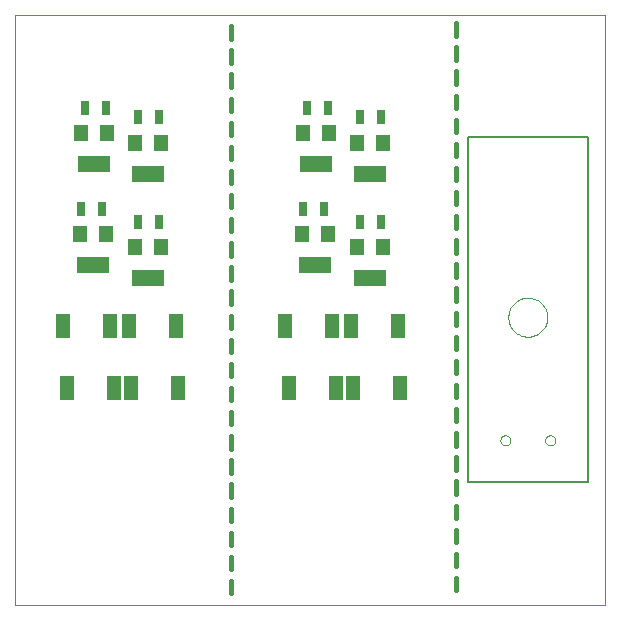
<source format=gbp>
G75*
%MOIN*%
%OFA0B0*%
%FSLAX24Y24*%
%IPPOS*%
%LPD*%
%AMOC8*
5,1,8,0,0,1.08239X$1,22.5*
%
%ADD10C,0.0000*%
%ADD11C,0.0160*%
%ADD12C,0.0080*%
%ADD13R,0.1102X0.0551*%
%ADD14R,0.0472X0.0551*%
%ADD15R,0.0500X0.0827*%
%ADD16R,0.0315X0.0472*%
%ADD17C,0.0000*%
D10*
X030992Y033994D02*
X030992Y053680D01*
X050677Y053680D01*
X050677Y033994D01*
X030992Y033994D01*
D11*
X038192Y034394D02*
X038192Y034805D01*
X038192Y035198D02*
X038192Y035609D01*
X038192Y036002D02*
X038192Y036413D01*
X038192Y036806D02*
X038192Y037216D01*
X038192Y037610D02*
X038192Y038020D01*
X038192Y038414D02*
X038192Y038824D01*
X038192Y039218D02*
X038192Y039628D01*
X038192Y040022D02*
X038192Y040432D01*
X038192Y040826D02*
X038192Y041236D01*
X038192Y041630D02*
X038192Y042040D01*
X038192Y042434D02*
X038192Y042844D01*
X038192Y043237D02*
X038192Y043648D01*
X038192Y044041D02*
X038192Y044452D01*
X038192Y044845D02*
X038192Y045255D01*
X038192Y045649D02*
X038192Y046059D01*
X038192Y046453D02*
X038192Y046863D01*
X038192Y047257D02*
X038192Y047667D01*
X038192Y048061D02*
X038192Y048471D01*
X038192Y048865D02*
X038192Y049275D01*
X038192Y049669D02*
X038192Y050079D01*
X038192Y050473D02*
X038192Y050883D01*
X038192Y051276D02*
X038192Y051687D01*
X038192Y052080D02*
X038192Y052491D01*
X038192Y052884D02*
X038192Y053294D01*
X045692Y053394D02*
X045692Y052984D01*
X045692Y052591D02*
X045692Y052180D01*
X045692Y051787D02*
X045692Y051376D01*
X045692Y050983D02*
X045692Y050573D01*
X045692Y050179D02*
X045692Y049769D01*
X045692Y049375D02*
X045692Y048965D01*
X045692Y048571D02*
X045692Y048161D01*
X045692Y047767D02*
X045692Y047357D01*
X045692Y046963D02*
X045692Y046553D01*
X045692Y046159D02*
X045692Y045749D01*
X045692Y045355D02*
X045692Y044945D01*
X045692Y044552D02*
X045692Y044141D01*
X045692Y043748D02*
X045692Y043337D01*
X045692Y042944D02*
X045692Y042534D01*
X045692Y042140D02*
X045692Y041730D01*
X045692Y041336D02*
X045692Y040926D01*
X045692Y040532D02*
X045692Y040122D01*
X045692Y039728D02*
X045692Y039318D01*
X045692Y038924D02*
X045692Y038514D01*
X045692Y038120D02*
X045692Y037710D01*
X045692Y037316D02*
X045692Y036906D01*
X045692Y036513D02*
X045692Y036102D01*
X045692Y035709D02*
X045692Y035298D01*
X045692Y034905D02*
X045692Y034494D01*
D12*
X046092Y038094D02*
X050092Y038094D01*
X050092Y049594D01*
X046092Y049594D01*
X046092Y038094D01*
D13*
X042842Y044914D03*
X042842Y048364D03*
X041042Y048714D03*
X040992Y045345D03*
X035442Y044914D03*
X033592Y045345D03*
X033642Y048714D03*
X035442Y048364D03*
D14*
X035009Y049387D03*
X034075Y049737D03*
X033209Y049737D03*
X033159Y046369D03*
X034025Y046369D03*
X035009Y045937D03*
X035875Y045937D03*
X035875Y049387D03*
X040609Y049737D03*
X041475Y049737D03*
X042409Y049387D03*
X043275Y049387D03*
X043275Y045937D03*
X042409Y045937D03*
X041425Y046369D03*
X040559Y046369D03*
D15*
X040000Y043294D03*
X040131Y041244D03*
X041559Y043294D03*
X042194Y043294D03*
X042275Y041244D03*
X041691Y041244D03*
X043834Y041244D03*
X043753Y043294D03*
X036353Y043294D03*
X036434Y041244D03*
X034875Y041244D03*
X034291Y041244D03*
X034159Y043294D03*
X034794Y043294D03*
X032600Y043294D03*
X032731Y041244D03*
D16*
X033188Y047201D03*
X033896Y047201D03*
X035088Y046776D03*
X035796Y046776D03*
X035796Y050276D03*
X035088Y050276D03*
X034046Y050576D03*
X033338Y050576D03*
X040588Y047201D03*
X041296Y047201D03*
X042488Y046776D03*
X043196Y046776D03*
X043196Y050276D03*
X042488Y050276D03*
X041446Y050576D03*
X040738Y050576D03*
D17*
X047177Y039489D02*
X047179Y039514D01*
X047185Y039539D01*
X047194Y039563D01*
X047207Y039585D01*
X047224Y039605D01*
X047243Y039622D01*
X047264Y039636D01*
X047288Y039646D01*
X047312Y039653D01*
X047338Y039656D01*
X047363Y039655D01*
X047388Y039650D01*
X047412Y039641D01*
X047435Y039629D01*
X047455Y039614D01*
X047473Y039595D01*
X047488Y039574D01*
X047499Y039551D01*
X047507Y039527D01*
X047511Y039502D01*
X047511Y039476D01*
X047507Y039451D01*
X047499Y039427D01*
X047488Y039404D01*
X047473Y039383D01*
X047455Y039364D01*
X047435Y039349D01*
X047412Y039337D01*
X047388Y039328D01*
X047363Y039323D01*
X047338Y039322D01*
X047312Y039325D01*
X047288Y039332D01*
X047264Y039342D01*
X047243Y039356D01*
X047224Y039373D01*
X047207Y039393D01*
X047194Y039415D01*
X047185Y039439D01*
X047179Y039464D01*
X047177Y039489D01*
X047442Y043594D02*
X047444Y043644D01*
X047450Y043694D01*
X047460Y043744D01*
X047473Y043792D01*
X047490Y043840D01*
X047511Y043886D01*
X047535Y043930D01*
X047563Y043972D01*
X047594Y044012D01*
X047628Y044049D01*
X047665Y044084D01*
X047704Y044115D01*
X047745Y044144D01*
X047789Y044169D01*
X047835Y044191D01*
X047882Y044209D01*
X047930Y044223D01*
X047979Y044234D01*
X048029Y044241D01*
X048079Y044244D01*
X048130Y044243D01*
X048180Y044238D01*
X048230Y044229D01*
X048278Y044217D01*
X048326Y044200D01*
X048372Y044180D01*
X048417Y044157D01*
X048460Y044130D01*
X048500Y044100D01*
X048538Y044067D01*
X048573Y044031D01*
X048606Y043992D01*
X048635Y043951D01*
X048661Y043908D01*
X048684Y043863D01*
X048703Y043816D01*
X048718Y043768D01*
X048730Y043719D01*
X048738Y043669D01*
X048742Y043619D01*
X048742Y043569D01*
X048738Y043519D01*
X048730Y043469D01*
X048718Y043420D01*
X048703Y043372D01*
X048684Y043325D01*
X048661Y043280D01*
X048635Y043237D01*
X048606Y043196D01*
X048573Y043157D01*
X048538Y043121D01*
X048500Y043088D01*
X048460Y043058D01*
X048417Y043031D01*
X048372Y043008D01*
X048326Y042988D01*
X048278Y042971D01*
X048230Y042959D01*
X048180Y042950D01*
X048130Y042945D01*
X048079Y042944D01*
X048029Y042947D01*
X047979Y042954D01*
X047930Y042965D01*
X047882Y042979D01*
X047835Y042997D01*
X047789Y043019D01*
X047745Y043044D01*
X047704Y043073D01*
X047665Y043104D01*
X047628Y043139D01*
X047594Y043176D01*
X047563Y043216D01*
X047535Y043258D01*
X047511Y043302D01*
X047490Y043348D01*
X047473Y043396D01*
X047460Y043444D01*
X047450Y043494D01*
X047444Y043544D01*
X047442Y043594D01*
X048673Y039489D02*
X048675Y039514D01*
X048681Y039539D01*
X048690Y039563D01*
X048703Y039585D01*
X048720Y039605D01*
X048739Y039622D01*
X048760Y039636D01*
X048784Y039646D01*
X048808Y039653D01*
X048834Y039656D01*
X048859Y039655D01*
X048884Y039650D01*
X048908Y039641D01*
X048931Y039629D01*
X048951Y039614D01*
X048969Y039595D01*
X048984Y039574D01*
X048995Y039551D01*
X049003Y039527D01*
X049007Y039502D01*
X049007Y039476D01*
X049003Y039451D01*
X048995Y039427D01*
X048984Y039404D01*
X048969Y039383D01*
X048951Y039364D01*
X048931Y039349D01*
X048908Y039337D01*
X048884Y039328D01*
X048859Y039323D01*
X048834Y039322D01*
X048808Y039325D01*
X048784Y039332D01*
X048760Y039342D01*
X048739Y039356D01*
X048720Y039373D01*
X048703Y039393D01*
X048690Y039415D01*
X048681Y039439D01*
X048675Y039464D01*
X048673Y039489D01*
M02*

</source>
